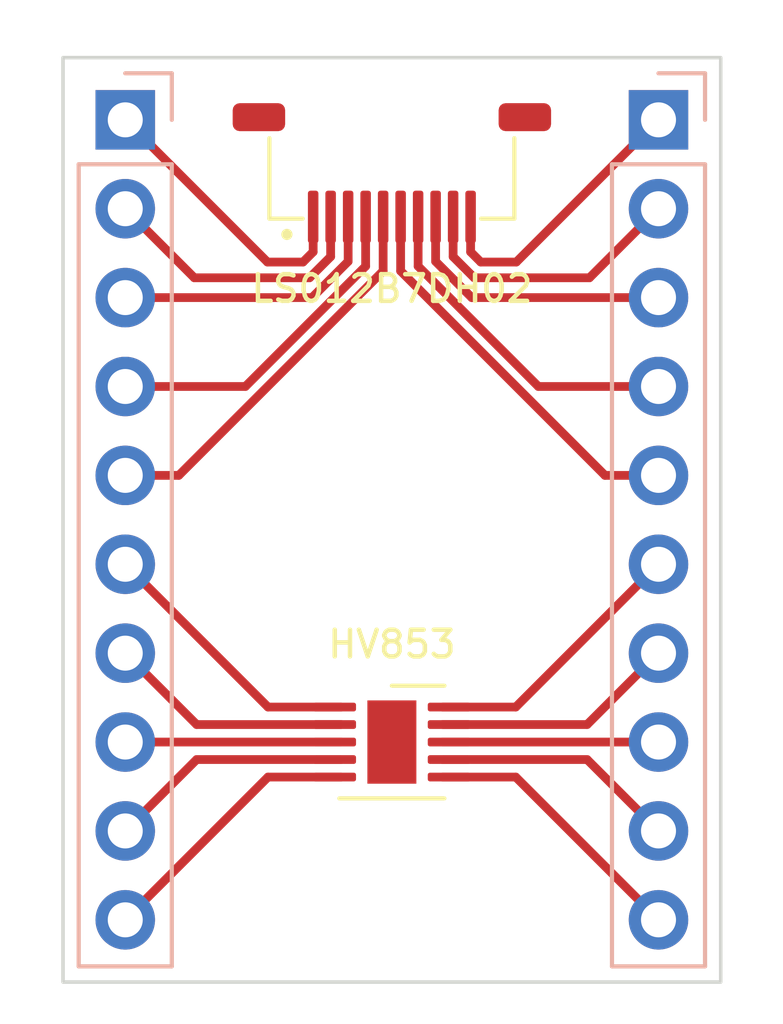
<source format=kicad_pcb>
(kicad_pcb (version 20211014) (generator pcbnew)
  (layers (0 "F.Cu" signal) (31 "B.Cu" signal) (34 "B.Paste" user) (35 "F.Paste" user) (36 "B.SilkS" user "B.Silkscreen") (37 "F.SilkS" user "F.Silkscreen") (38 "B.Mask" user) (39 "F.Mask" user) (44 "Edge.Cuts" user))
  (net 0 "")
  (net 1 "/DS_SCLK")
  (net 2 "/DS_SI")
  (net 3 "/DS_SCS")
  (net 4 "/DS_EXTCOMIN")
  (net 5 "/DS_DISP")
  (net 6 "/DS_VDDA")
  (net 7 "/DS_VDD")
  (net 8 "/DS_EXTMODE")
  (net 9 "/DS_VSS")
  (net 10 "/DS_VSSA")
  (net 11 "/EL_VDD")
  (net 12 "/EL_REL")
  (net 13 "/EL_EN")
  (net 14 "/EL_CLKIN")
  (net 15 "/EL_VA")
  (net 16 "/EL_VB")
  (net 17 "GND")
  (net 18 "/EL_CLKEN")
  (net 19 "unconnected-(U1-Pad5)")
  (footprint "watch:DFN-10-1EP_3x3mm_P0.5mm_EP1.65x2.38mm" (layer "F.Cu") (at 149.86 99.06)
    (fp_text reference "U1" hide)
    (fp_text value "HV853" (at 0 -2.794) (layer "F.SilkS") (effects (font (size 0.762 0.762) (thickness 0.127))))
    (fp_line (start 0 -1.61) (end 1.5 -1.61) (layer "F.SilkS") (width 0.12))
    (fp_line (start -1.5 1.61) (end 1.5 1.61) (layer "F.SilkS") (width 0.12))
    (pad "1" smd roundrect (at -1.6375 -1) (size 1.225 0.25) (layers "F.Cu" "F.Paste" "F.Mask") (net 11 "/EL_VDD"))
    (pad "2" smd roundrect (at -1.6375 -0.5) (size 1.225 0.25) (layers "F.Cu" "F.Paste" "F.Mask") (net 12 "/EL_REL"))
    (pad "3" smd roundrect (at -1.6375 0) (size 1.225 0.25) (layers "F.Cu" "F.Paste" "F.Mask") (net 13 "/EL_EN"))
    (pad "4" smd roundrect (at -1.6375 0.5) (size 1.225 0.25) (layers "F.Cu" "F.Paste" "F.Mask") (net 14 "/EL_CLKIN"))
    (pad "5" smd roundrect (at -1.6375 1) (size 1.225 0.25) (layers "F.Cu" "F.Paste" "F.Mask") (net 19 "unconnected-(U1-Pad5)"))
    (pad "6" smd roundrect (at 1.6375 1) (size 1.225 0.25) (layers "F.Cu" "F.Paste" "F.Mask") (net 18 "/EL_CLKEN"))
    (pad "7" smd roundrect (at 1.6375 0.5) (size 1.225 0.25) (layers "F.Cu" "F.Paste" "F.Mask") (net 17 "GND"))
    (pad "8" smd roundrect (at 1.6375 0) (size 1.225 0.25) (layers "F.Cu" "F.Paste" "F.Mask") (net 17 "GND"))
    (pad "9" smd roundrect (at 1.6375 -0.5) (size 1.225 0.25) (layers "F.Cu" "F.Paste" "F.Mask") (net 16 "/EL_VB"))
    (pad "10" smd roundrect (at 1.6375 -1) (size 1.225 0.25) (layers "F.Cu" "F.Paste" "F.Mask") (net 15 "/EL_VA"))
    (pad "11" smd rect (at 0 0) (size 1.4 2.38) (layers "F.Cu" "F.Mask"))
  )
  (footprint "watch:AYF531035A" (layer "F.Cu") (at 149.86 81.204 180)
    (fp_text reference "DS1" hide)
    (fp_text value "LS012B7DH02" (at 0 -4.902 unlocked) (layer "F.SilkS") (effects (font (size 0.762 0.762) (thickness 0.127))))
    (fp_line (start 3.5 -2.9) (end 2.55 -2.9) (layer "F.SilkS") (width 0.12))
    (fp_line (start 3.5 -2.9) (end 3.5 -0.6) (layer "F.SilkS") (width 0.12))
    (fp_line (start -3.5 -2.9) (end -2.55 -2.9) (layer "F.SilkS") (width 0.12))
    (fp_line (start -3.5 -2.9) (end -3.5 -0.6) (layer "F.SilkS") (width 0.12))
    (fp_circle (center 3 -3.35) (end 3.1 -3.35) (layer "F.SilkS") (width 0.12) (fill solid))
    (pad "1" smd roundrect (at 2.25 -2.85 180) (size 0.3 1.5) (layers "F.Cu" "F.Paste" "F.Mask") (net 1 "/DS_SCLK"))
    (pad "2" smd roundrect (at 1.75 -2.85 180) (size 0.3 1.5) (layers "F.Cu" "F.Paste" "F.Mask") (net 2 "/DS_SI"))
    (pad "3" smd roundrect (at 1.25 -2.85 180) (size 0.3 1.5) (layers "F.Cu" "F.Paste" "F.Mask") (net 3 "/DS_SCS"))
    (pad "4" smd roundrect (at 0.75 -2.85 180) (size 0.3 1.5) (layers "F.Cu" "F.Paste" "F.Mask") (net 4 "/DS_EXTCOMIN"))
    (pad "5" smd roundrect (at 0.25 -2.85 180) (size 0.3 1.5) (layers "F.Cu" "F.Paste" "F.Mask") (net 5 "/DS_DISP"))
    (pad "6" smd roundrect (at -0.25 -2.85 180) (size 0.3 1.5) (layers "F.Cu" "F.Paste" "F.Mask") (net 6 "/DS_VDDA"))
    (pad "7" smd roundrect (at -0.75 -2.85 180) (size 0.3 1.5) (layers "F.Cu" "F.Paste" "F.Mask") (net 7 "/DS_VDD"))
    (pad "8" smd roundrect (at -1.25 -2.85 180) (size 0.3 1.5) (layers "F.Cu" "F.Paste" "F.Mask") (net 8 "/DS_EXTMODE"))
    (pad "9" smd roundrect (at -1.75 -2.85 180) (size 0.3 1.5) (layers "F.Cu" "F.Paste" "F.Mask") (net 9 "/DS_VSS"))
    (pad "10" smd roundrect (at -2.25 -2.85 180) (size 0.3 1.5) (layers "F.Cu" "F.Paste" "F.Mask") (net 10 "/DS_VSSA"))
    (pad "MT" smd roundrect (at 3.8 0 180) (size 1.5 0.8) (layers "F.Cu" "F.Paste" "F.Mask"))
    (pad "MT" smd roundrect (at -3.8 0 180) (size 1.5 0.8) (layers "F.Cu" "F.Paste" "F.Mask"))
  )
  (footprint "Connector_PinHeader_2.54mm:PinHeader_1x10_P2.54mm_Vertical" (layer "B.Cu") (at 142.24 81.28 180)
    (fp_text reference "J1" hide)
    (fp_text value "Conn_01x10")
    (fp_line (start -1.33 -1.27) (end 1.33 -1.27) (layer "B.SilkS") (width 0.12))
    (fp_line (start -1.33 1.33) (end 0 1.33) (layer "B.SilkS") (width 0.12))
    (fp_line (start 1.33 -1.27) (end 1.33 -24.19) (layer "B.SilkS") (width 0.12))
    (fp_line (start -1.33 -24.19) (end 1.33 -24.19) (layer "B.SilkS") (width 0.12))
    (fp_line (start -1.33 0) (end -1.33 1.33) (layer "B.SilkS") (width 0.12))
    (fp_line (start -1.33 -1.27) (end -1.33 -24.19) (layer "B.SilkS") (width 0.12))
    (pad "1" thru_hole rect (at 0 0 180) (size 1.7 1.7) (drill 1) (layers *.Cu *.Mask) (net 1 "/DS_SCLK"))
    (pad "2" thru_hole oval (at 0 -2.54 180) (size 1.7 1.7) (drill 1) (layers *.Cu *.Mask) (net 2 "/DS_SI"))
    (pad "3" thru_hole oval (at 0 -5.08 180) (size 1.7 1.7) (drill 1) (layers *.Cu *.Mask) (net 3 "/DS_SCS"))
    (pad "4" thru_hole oval (at 0 -7.62 180) (size 1.7 1.7) (drill 1) (layers *.Cu *.Mask) (net 4 "/DS_EXTCOMIN"))
    (pad "5" thru_hole oval (at 0 -10.16 180) (size 1.7 1.7) (drill 1) (layers *.Cu *.Mask) (net 5 "/DS_DISP"))
    (pad "6" thru_hole oval (at 0 -12.7 180) (size 1.7 1.7) (drill 1) (layers *.Cu *.Mask) (net 11 "/EL_VDD"))
    (pad "7" thru_hole oval (at 0 -15.24 180) (size 1.7 1.7) (drill 1) (layers *.Cu *.Mask) (net 12 "/EL_REL"))
    (pad "8" thru_hole oval (at 0 -17.78 180) (size 1.7 1.7) (drill 1) (layers *.Cu *.Mask) (net 13 "/EL_EN"))
    (pad "9" thru_hole oval (at 0 -20.32 180) (size 1.7 1.7) (drill 1) (layers *.Cu *.Mask) (net 14 "/EL_CLKIN"))
    (pad "10" thru_hole oval (at 0 -22.86 180) (size 1.7 1.7) (drill 1) (layers *.Cu *.Mask) (net 19 "unconnected-(U1-Pad5)"))
  )
  (footprint "Connector_PinHeader_2.54mm:PinHeader_1x10_P2.54mm_Vertical" (layer "B.Cu") (at 157.48 81.28 180)
    (fp_text reference "J2" hide)
    (fp_text value "Conn_01x10")
    (fp_line (start -1.33 -24.19) (end 1.33 -24.19) (layer "B.SilkS") (width 0.12))
    (fp_line (start -1.33 -1.27) (end -1.33 -24.19) (layer "B.SilkS") (width 0.12))
    (fp_line (start -1.33 0) (end -1.33 1.33) (layer "B.SilkS") (width 0.12))
    (fp_line (start -1.33 -1.27) (end 1.33 -1.27) (layer "B.SilkS") (width 0.12))
    (fp_line (start -1.33 1.33) (end 0 1.33) (layer "B.SilkS") (width 0.12))
    (fp_line (start 1.33 -1.27) (end 1.33 -24.19) (layer "B.SilkS") (width 0.12))
    (pad "1" thru_hole rect (at 0 0 180) (size 1.7 1.7) (drill 1) (layers *.Cu *.Mask) (net 10 "/DS_VSSA"))
    (pad "2" thru_hole oval (at 0 -2.54 180) (size 1.7 1.7) (drill 1) (layers *.Cu *.Mask) (net 9 "/DS_VSS"))
    (pad "3" thru_hole oval (at 0 -5.08 180) (size 1.7 1.7) (drill 1) (layers *.Cu *.Mask) (net 8 "/DS_EXTMODE"))
    (pad "4" thru_hole oval (at 0 -7.62 180) (size 1.7 1.7) (drill 1) (layers *.Cu *.Mask) (net 7 "/DS_VDD"))
    (pad "5" thru_hole oval (at 0 -10.16 180) (size 1.7 1.7) (drill 1) (layers *.Cu *.Mask) (net 6 "/DS_VDDA"))
    (pad "6" thru_hole oval (at 0 -12.7 180) (size 1.7 1.7) (drill 1) (layers *.Cu *.Mask) (net 15 "/EL_VA"))
    (pad "7" thru_hole oval (at 0 -15.24 180) (size 1.7 1.7) (drill 1) (layers *.Cu *.Mask) (net 16 "/EL_VB"))
    (pad "8" thru_hole oval (at 0 -17.78 180) (size 1.7 1.7) (drill 1) (layers *.Cu *.Mask) (net 17 "GND"))
    (pad "9" thru_hole oval (at 0 -20.32 180) (size 1.7 1.7) (drill 1) (layers *.Cu *.Mask) (net 17 "GND"))
    (pad "10" thru_hole oval (at 0 -22.86 180) (size 1.7 1.7) (drill 1) (layers *.Cu *.Mask) (net 18 "/EL_CLKEN"))
  )
  (gr_rect (start 140.462 79.502) (end 159.258 105.918) (layer "Edge.Cuts") (width 0.1) (fill none))
  (segment (start 147.61 84.054) (end 147.61 85.054) (width 0.25) (layer "F.Cu") (net 1))
  (segment (start 147.32 85.344) (end 146.304 85.344) (width 0.25) (layer "F.Cu") (net 1))
  (segment (start 147.61 85.054) (end 147.32 85.344) (width 0.25) (layer "F.Cu") (net 1))
  (segment (start 146.304 85.344) (end 142.24 81.28) (width 0.25) (layer "F.Cu") (net 1))
  (segment (start 144.214 85.794) (end 142.24 83.82) (width 0.25) (layer "F.Cu") (net 2))
  (segment (start 148.11 84.054) (end 148.11 85.190396) (width 0.25) (layer "F.Cu") (net 2))
  (segment (start 148.11 85.190396) (end 147.506396 85.794) (width 0.25) (layer "F.Cu") (net 2))
  (segment (start 147.506396 85.794) (end 144.214 85.794) (width 0.25) (layer "F.Cu") (net 2))
  (segment (start 148.61 85.326792) (end 147.576792 86.36) (width 0.25) (layer "F.Cu") (net 3))
  (segment (start 147.576792 86.36) (end 142.24 86.36) (width 0.25) (layer "F.Cu") (net 3))
  (segment (start 148.61 84.054) (end 148.61 85.326792) (width 0.25) (layer "F.Cu") (net 3))
  (segment (start 149.11 84.054) (end 149.11 85.463188) (width 0.25) (layer "F.Cu") (net 4))
  (segment (start 145.673188 88.9) (end 142.24 88.9) (width 0.25) (layer "F.Cu") (net 4))
  (segment (start 149.11 85.463188) (end 145.673188 88.9) (width 0.25) (layer "F.Cu") (net 4))
  (segment (start 143.769584 91.44) (end 149.61 85.599584) (width 0.25) (layer "F.Cu") (net 5))
  (segment (start 149.61 85.599584) (end 149.61 84.054) (width 0.25) (layer "F.Cu") (net 5))
  (segment (start 142.24 91.44) (end 143.769584 91.44) (width 0.25) (layer "F.Cu") (net 5))
  (segment (start 150.11 85.599584) (end 155.950416 91.44) (width 0.25) (layer "F.Cu") (net 6))
  (segment (start 150.11 84.054) (end 150.11 85.599584) (width 0.25) (layer "F.Cu") (net 6))
  (segment (start 155.950416 91.44) (end 157.48 91.44) (width 0.25) (layer "F.Cu") (net 6))
  (segment (start 150.61 85.463188) (end 154.046812 88.9) (width 0.25) (layer "F.Cu") (net 7))
  (segment (start 154.046812 88.9) (end 157.48 88.9) (width 0.25) (layer "F.Cu") (net 7))
  (segment (start 150.61 84.054) (end 150.61 85.463188) (width 0.25) (layer "F.Cu") (net 7))
  (segment (start 152.143208 86.36) (end 157.48 86.36) (width 0.25) (layer "F.Cu") (net 8))
  (segment (start 151.11 85.326792) (end 152.143208 86.36) (width 0.25) (layer "F.Cu") (net 8))
  (segment (start 151.11 84.054) (end 151.11 85.326792) (width 0.25) (layer "F.Cu") (net 8))
  (segment (start 151.61 85.190396) (end 152.213604 85.794) (width 0.25) (layer "F.Cu") (net 9))
  (segment (start 155.506 85.794) (end 157.48 83.82) (width 0.25) (layer "F.Cu") (net 9))
  (segment (start 152.213604 85.794) (end 155.506 85.794) (width 0.25) (layer "F.Cu") (net 9))
  (segment (start 151.61 84.054) (end 151.61 85.190396) (width 0.25) (layer "F.Cu") (net 9))
  (segment (start 152.4 85.344) (end 153.416 85.344) (width 0.25) (layer "F.Cu") (net 10))
  (segment (start 152.11 84.054) (end 152.11 85.054) (width 0.25) (layer "F.Cu") (net 10))
  (segment (start 152.11 85.054) (end 152.4 85.344) (width 0.25) (layer "F.Cu") (net 10))
  (segment (start 153.416 85.344) (end 157.48 81.28) (width 0.25) (layer "F.Cu") (net 10))
  (segment (start 148.41 98.06) (end 146.32 98.06) (width 0.25) (layer "F.Cu") (net 11))
  (segment (start 146.32 98.06) (end 142.24 93.98) (width 0.25) (layer "F.Cu") (net 11))
  (segment (start 148.41 98.56) (end 144.28 98.56) (width 0.25) (layer "F.Cu") (net 12))
  (segment (start 144.28 98.56) (end 142.24 96.52) (width 0.25) (layer "F.Cu") (net 12))
  (segment (start 148.41 99.06) (end 142.24 99.06) (width 0.25) (layer "F.Cu") (net 13))
  (segment (start 148.41 99.56) (end 144.28 99.56) (width 0.25) (layer "F.Cu") (net 14))
  (segment (start 144.28 99.56) (end 142.24 101.6) (width 0.25) (layer "F.Cu") (net 14))
  (segment (start 151.31 98.06) (end 153.4 98.06) (width 0.25) (layer "F.Cu") (net 15))
  (segment (start 153.4 98.06) (end 157.48 93.98) (width 0.25) (layer "F.Cu") (net 15))
  (segment (start 151.31 98.56) (end 155.44 98.56) (width 0.25) (layer "F.Cu") (net 16))
  (segment (start 155.44 98.56) (end 157.48 96.52) (width 0.25) (layer "F.Cu") (net 16))
  (segment (start 151.31 99.56) (end 155.44 99.56) (width 0.25) (layer "F.Cu") (net 17))
  (segment (start 155.44 99.56) (end 157.48 101.6) (width 0.25) (layer "F.Cu") (net 17))
  (segment (start 151.31 99.06) (end 157.48 99.06) (width 0.25) (layer "F.Cu") (net 17))
  (segment (start 153.4 100.06) (end 157.48 104.14) (width 0.25) (layer "F.Cu") (net 18))
  (segment (start 151.31 100.06) (end 153.4 100.06) (width 0.25) (layer "F.Cu") (net 18))
  (segment (start 146.32 100.06) (end 148.41 100.06) (width 0.25) (layer "F.Cu") (net 19))
  (segment (start 142.24 104.14) (end 146.32 100.06) (width 0.25) (layer "F.Cu") (net 19))
)
</source>
